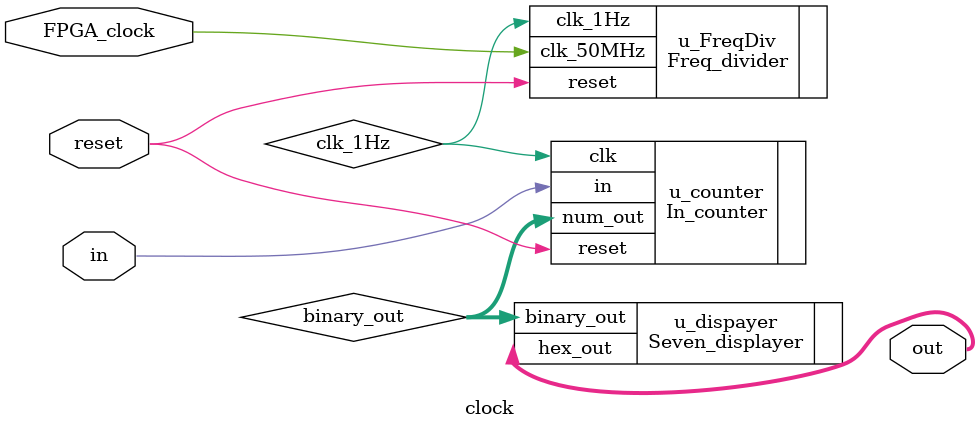
<source format=v>
module clock( FPGA_clock, reset, in, out );

input  FPGA_clock, reset, in;
output [6:0] out;


wire clk_1Hz;
wire [3:0] binary_out;

Freq_divider u_FreqDiv(.clk_50MHz(FPGA_clock), .reset(reset), .clk_1Hz(clk_1Hz));
In_counter u_counter(.clk(clk_1Hz), .in(in), .reset(reset), .num_out(binary_out));
Seven_displayer u_dispayer(.binary_out(binary_out), .hex_out(out));

endmodule 

</source>
